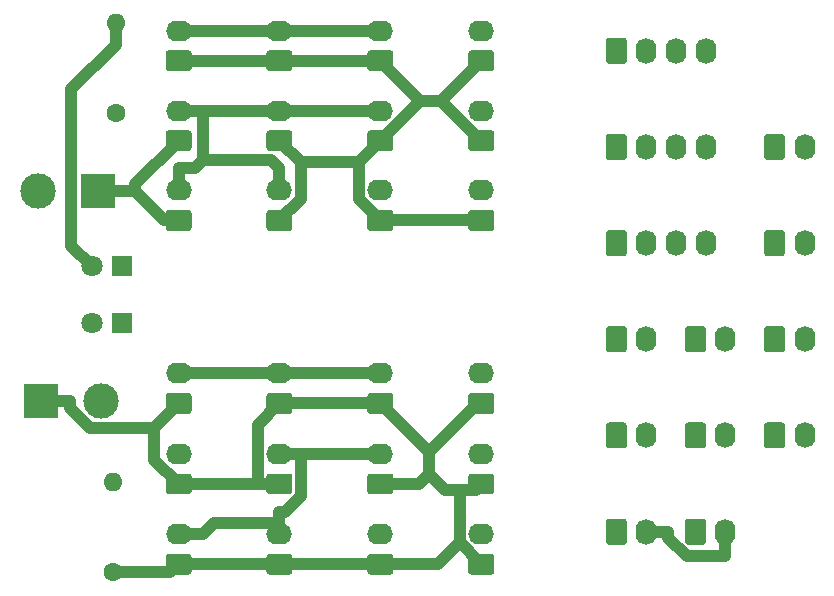
<source format=gbr>
G04 #@! TF.GenerationSoftware,KiCad,Pcbnew,(5.1.5-0-10_14)*
G04 #@! TF.CreationDate,2020-06-22T06:08:34+10:00*
G04 #@! TF.ProjectId,PowerDistribution,506f7765-7244-4697-9374-726962757469,rev?*
G04 #@! TF.SameCoordinates,Original*
G04 #@! TF.FileFunction,Copper,L1,Top*
G04 #@! TF.FilePolarity,Positive*
%FSLAX46Y46*%
G04 Gerber Fmt 4.6, Leading zero omitted, Abs format (unit mm)*
G04 Created by KiCad (PCBNEW (5.1.5-0-10_14)) date 2020-06-22 06:08:34*
%MOMM*%
%LPD*%
G04 APERTURE LIST*
%ADD10O,1.600000X1.600000*%
%ADD11C,1.600000*%
%ADD12C,1.800000*%
%ADD13R,1.800000X1.800000*%
%ADD14O,1.740000X2.200000*%
%ADD15C,0.100000*%
%ADD16O,2.200000X1.740000*%
%ADD17C,3.000000*%
%ADD18R,3.000000X3.000000*%
%ADD19C,1.000000*%
G04 APERTURE END LIST*
D10*
X110744000Y-97028000D03*
D11*
X110744000Y-104648000D03*
D10*
X110998000Y-58166000D03*
D11*
X110998000Y-65786000D03*
D12*
X108966000Y-83566000D03*
D13*
X111506000Y-83566000D03*
D12*
X108966000Y-78740000D03*
D13*
X111506000Y-78740000D03*
D14*
X162634000Y-101200000D03*
G04 #@! TA.AperFunction,ComponentPad*
D15*
G36*
X160738505Y-100101204D02*
G01*
X160762773Y-100104804D01*
X160786572Y-100110765D01*
X160809671Y-100119030D01*
X160831850Y-100129520D01*
X160852893Y-100142132D01*
X160872599Y-100156747D01*
X160890777Y-100173223D01*
X160907253Y-100191401D01*
X160921868Y-100211107D01*
X160934480Y-100232150D01*
X160944970Y-100254329D01*
X160953235Y-100277428D01*
X160959196Y-100301227D01*
X160962796Y-100325495D01*
X160964000Y-100349999D01*
X160964000Y-102050001D01*
X160962796Y-102074505D01*
X160959196Y-102098773D01*
X160953235Y-102122572D01*
X160944970Y-102145671D01*
X160934480Y-102167850D01*
X160921868Y-102188893D01*
X160907253Y-102208599D01*
X160890777Y-102226777D01*
X160872599Y-102243253D01*
X160852893Y-102257868D01*
X160831850Y-102270480D01*
X160809671Y-102280970D01*
X160786572Y-102289235D01*
X160762773Y-102295196D01*
X160738505Y-102298796D01*
X160714001Y-102300000D01*
X159473999Y-102300000D01*
X159449495Y-102298796D01*
X159425227Y-102295196D01*
X159401428Y-102289235D01*
X159378329Y-102280970D01*
X159356150Y-102270480D01*
X159335107Y-102257868D01*
X159315401Y-102243253D01*
X159297223Y-102226777D01*
X159280747Y-102208599D01*
X159266132Y-102188893D01*
X159253520Y-102167850D01*
X159243030Y-102145671D01*
X159234765Y-102122572D01*
X159228804Y-102098773D01*
X159225204Y-102074505D01*
X159224000Y-102050001D01*
X159224000Y-100349999D01*
X159225204Y-100325495D01*
X159228804Y-100301227D01*
X159234765Y-100277428D01*
X159243030Y-100254329D01*
X159253520Y-100232150D01*
X159266132Y-100211107D01*
X159280747Y-100191401D01*
X159297223Y-100173223D01*
X159315401Y-100156747D01*
X159335107Y-100142132D01*
X159356150Y-100129520D01*
X159378329Y-100119030D01*
X159401428Y-100110765D01*
X159425227Y-100104804D01*
X159449495Y-100101204D01*
X159473999Y-100100000D01*
X160714001Y-100100000D01*
X160738505Y-100101204D01*
G37*
G04 #@! TD.AperFunction*
D16*
X141966000Y-87804000D03*
G04 #@! TA.AperFunction,ComponentPad*
D15*
G36*
X142840505Y-89475204D02*
G01*
X142864773Y-89478804D01*
X142888572Y-89484765D01*
X142911671Y-89493030D01*
X142933850Y-89503520D01*
X142954893Y-89516132D01*
X142974599Y-89530747D01*
X142992777Y-89547223D01*
X143009253Y-89565401D01*
X143023868Y-89585107D01*
X143036480Y-89606150D01*
X143046970Y-89628329D01*
X143055235Y-89651428D01*
X143061196Y-89675227D01*
X143064796Y-89699495D01*
X143066000Y-89723999D01*
X143066000Y-90964001D01*
X143064796Y-90988505D01*
X143061196Y-91012773D01*
X143055235Y-91036572D01*
X143046970Y-91059671D01*
X143036480Y-91081850D01*
X143023868Y-91102893D01*
X143009253Y-91122599D01*
X142992777Y-91140777D01*
X142974599Y-91157253D01*
X142954893Y-91171868D01*
X142933850Y-91184480D01*
X142911671Y-91194970D01*
X142888572Y-91203235D01*
X142864773Y-91209196D01*
X142840505Y-91212796D01*
X142816001Y-91214000D01*
X141115999Y-91214000D01*
X141091495Y-91212796D01*
X141067227Y-91209196D01*
X141043428Y-91203235D01*
X141020329Y-91194970D01*
X140998150Y-91184480D01*
X140977107Y-91171868D01*
X140957401Y-91157253D01*
X140939223Y-91140777D01*
X140922747Y-91122599D01*
X140908132Y-91102893D01*
X140895520Y-91081850D01*
X140885030Y-91059671D01*
X140876765Y-91036572D01*
X140870804Y-91012773D01*
X140867204Y-90988505D01*
X140866000Y-90964001D01*
X140866000Y-89723999D01*
X140867204Y-89699495D01*
X140870804Y-89675227D01*
X140876765Y-89651428D01*
X140885030Y-89628329D01*
X140895520Y-89606150D01*
X140908132Y-89585107D01*
X140922747Y-89565401D01*
X140939223Y-89547223D01*
X140957401Y-89530747D01*
X140977107Y-89516132D01*
X140998150Y-89503520D01*
X141020329Y-89493030D01*
X141043428Y-89484765D01*
X141067227Y-89478804D01*
X141091495Y-89475204D01*
X141115999Y-89474000D01*
X142816001Y-89474000D01*
X142840505Y-89475204D01*
G37*
G04 #@! TD.AperFunction*
D16*
X141966000Y-72310000D03*
G04 #@! TA.AperFunction,ComponentPad*
D15*
G36*
X142840505Y-73981204D02*
G01*
X142864773Y-73984804D01*
X142888572Y-73990765D01*
X142911671Y-73999030D01*
X142933850Y-74009520D01*
X142954893Y-74022132D01*
X142974599Y-74036747D01*
X142992777Y-74053223D01*
X143009253Y-74071401D01*
X143023868Y-74091107D01*
X143036480Y-74112150D01*
X143046970Y-74134329D01*
X143055235Y-74157428D01*
X143061196Y-74181227D01*
X143064796Y-74205495D01*
X143066000Y-74229999D01*
X143066000Y-75470001D01*
X143064796Y-75494505D01*
X143061196Y-75518773D01*
X143055235Y-75542572D01*
X143046970Y-75565671D01*
X143036480Y-75587850D01*
X143023868Y-75608893D01*
X143009253Y-75628599D01*
X142992777Y-75646777D01*
X142974599Y-75663253D01*
X142954893Y-75677868D01*
X142933850Y-75690480D01*
X142911671Y-75700970D01*
X142888572Y-75709235D01*
X142864773Y-75715196D01*
X142840505Y-75718796D01*
X142816001Y-75720000D01*
X141115999Y-75720000D01*
X141091495Y-75718796D01*
X141067227Y-75715196D01*
X141043428Y-75709235D01*
X141020329Y-75700970D01*
X140998150Y-75690480D01*
X140977107Y-75677868D01*
X140957401Y-75663253D01*
X140939223Y-75646777D01*
X140922747Y-75628599D01*
X140908132Y-75608893D01*
X140895520Y-75587850D01*
X140885030Y-75565671D01*
X140876765Y-75542572D01*
X140870804Y-75518773D01*
X140867204Y-75494505D01*
X140866000Y-75470001D01*
X140866000Y-74229999D01*
X140867204Y-74205495D01*
X140870804Y-74181227D01*
X140876765Y-74157428D01*
X140885030Y-74134329D01*
X140895520Y-74112150D01*
X140908132Y-74091107D01*
X140922747Y-74071401D01*
X140939223Y-74053223D01*
X140957401Y-74036747D01*
X140977107Y-74022132D01*
X140998150Y-74009520D01*
X141020329Y-73999030D01*
X141043428Y-73990765D01*
X141067227Y-73984804D01*
X141091495Y-73981204D01*
X141115999Y-73980000D01*
X142816001Y-73980000D01*
X142840505Y-73981204D01*
G37*
G04 #@! TD.AperFunction*
D14*
X155940000Y-101200000D03*
G04 #@! TA.AperFunction,ComponentPad*
D15*
G36*
X154044505Y-100101204D02*
G01*
X154068773Y-100104804D01*
X154092572Y-100110765D01*
X154115671Y-100119030D01*
X154137850Y-100129520D01*
X154158893Y-100142132D01*
X154178599Y-100156747D01*
X154196777Y-100173223D01*
X154213253Y-100191401D01*
X154227868Y-100211107D01*
X154240480Y-100232150D01*
X154250970Y-100254329D01*
X154259235Y-100277428D01*
X154265196Y-100301227D01*
X154268796Y-100325495D01*
X154270000Y-100349999D01*
X154270000Y-102050001D01*
X154268796Y-102074505D01*
X154265196Y-102098773D01*
X154259235Y-102122572D01*
X154250970Y-102145671D01*
X154240480Y-102167850D01*
X154227868Y-102188893D01*
X154213253Y-102208599D01*
X154196777Y-102226777D01*
X154178599Y-102243253D01*
X154158893Y-102257868D01*
X154137850Y-102270480D01*
X154115671Y-102280970D01*
X154092572Y-102289235D01*
X154068773Y-102295196D01*
X154044505Y-102298796D01*
X154020001Y-102300000D01*
X152779999Y-102300000D01*
X152755495Y-102298796D01*
X152731227Y-102295196D01*
X152707428Y-102289235D01*
X152684329Y-102280970D01*
X152662150Y-102270480D01*
X152641107Y-102257868D01*
X152621401Y-102243253D01*
X152603223Y-102226777D01*
X152586747Y-102208599D01*
X152572132Y-102188893D01*
X152559520Y-102167850D01*
X152549030Y-102145671D01*
X152540765Y-102122572D01*
X152534804Y-102098773D01*
X152531204Y-102074505D01*
X152530000Y-102050001D01*
X152530000Y-100349999D01*
X152531204Y-100325495D01*
X152534804Y-100301227D01*
X152540765Y-100277428D01*
X152549030Y-100254329D01*
X152559520Y-100232150D01*
X152572132Y-100211107D01*
X152586747Y-100191401D01*
X152603223Y-100173223D01*
X152621401Y-100156747D01*
X152641107Y-100142132D01*
X152662150Y-100129520D01*
X152684329Y-100119030D01*
X152707428Y-100110765D01*
X152731227Y-100104804D01*
X152755495Y-100101204D01*
X152779999Y-100100000D01*
X154020001Y-100100000D01*
X154044505Y-100101204D01*
G37*
G04 #@! TD.AperFunction*
D16*
X141966000Y-94614000D03*
G04 #@! TA.AperFunction,ComponentPad*
D15*
G36*
X142840505Y-96285204D02*
G01*
X142864773Y-96288804D01*
X142888572Y-96294765D01*
X142911671Y-96303030D01*
X142933850Y-96313520D01*
X142954893Y-96326132D01*
X142974599Y-96340747D01*
X142992777Y-96357223D01*
X143009253Y-96375401D01*
X143023868Y-96395107D01*
X143036480Y-96416150D01*
X143046970Y-96438329D01*
X143055235Y-96461428D01*
X143061196Y-96485227D01*
X143064796Y-96509495D01*
X143066000Y-96533999D01*
X143066000Y-97774001D01*
X143064796Y-97798505D01*
X143061196Y-97822773D01*
X143055235Y-97846572D01*
X143046970Y-97869671D01*
X143036480Y-97891850D01*
X143023868Y-97912893D01*
X143009253Y-97932599D01*
X142992777Y-97950777D01*
X142974599Y-97967253D01*
X142954893Y-97981868D01*
X142933850Y-97994480D01*
X142911671Y-98004970D01*
X142888572Y-98013235D01*
X142864773Y-98019196D01*
X142840505Y-98022796D01*
X142816001Y-98024000D01*
X141115999Y-98024000D01*
X141091495Y-98022796D01*
X141067227Y-98019196D01*
X141043428Y-98013235D01*
X141020329Y-98004970D01*
X140998150Y-97994480D01*
X140977107Y-97981868D01*
X140957401Y-97967253D01*
X140939223Y-97950777D01*
X140922747Y-97932599D01*
X140908132Y-97912893D01*
X140895520Y-97891850D01*
X140885030Y-97869671D01*
X140876765Y-97846572D01*
X140870804Y-97822773D01*
X140867204Y-97798505D01*
X140866000Y-97774001D01*
X140866000Y-96533999D01*
X140867204Y-96509495D01*
X140870804Y-96485227D01*
X140876765Y-96461428D01*
X140885030Y-96438329D01*
X140895520Y-96416150D01*
X140908132Y-96395107D01*
X140922747Y-96375401D01*
X140939223Y-96357223D01*
X140957401Y-96340747D01*
X140977107Y-96326132D01*
X140998150Y-96313520D01*
X141020329Y-96303030D01*
X141043428Y-96294765D01*
X141067227Y-96288804D01*
X141091495Y-96285204D01*
X141115999Y-96284000D01*
X142816001Y-96284000D01*
X142840505Y-96285204D01*
G37*
G04 #@! TD.AperFunction*
D16*
X141966000Y-65550000D03*
G04 #@! TA.AperFunction,ComponentPad*
D15*
G36*
X142840505Y-67221204D02*
G01*
X142864773Y-67224804D01*
X142888572Y-67230765D01*
X142911671Y-67239030D01*
X142933850Y-67249520D01*
X142954893Y-67262132D01*
X142974599Y-67276747D01*
X142992777Y-67293223D01*
X143009253Y-67311401D01*
X143023868Y-67331107D01*
X143036480Y-67352150D01*
X143046970Y-67374329D01*
X143055235Y-67397428D01*
X143061196Y-67421227D01*
X143064796Y-67445495D01*
X143066000Y-67469999D01*
X143066000Y-68710001D01*
X143064796Y-68734505D01*
X143061196Y-68758773D01*
X143055235Y-68782572D01*
X143046970Y-68805671D01*
X143036480Y-68827850D01*
X143023868Y-68848893D01*
X143009253Y-68868599D01*
X142992777Y-68886777D01*
X142974599Y-68903253D01*
X142954893Y-68917868D01*
X142933850Y-68930480D01*
X142911671Y-68940970D01*
X142888572Y-68949235D01*
X142864773Y-68955196D01*
X142840505Y-68958796D01*
X142816001Y-68960000D01*
X141115999Y-68960000D01*
X141091495Y-68958796D01*
X141067227Y-68955196D01*
X141043428Y-68949235D01*
X141020329Y-68940970D01*
X140998150Y-68930480D01*
X140977107Y-68917868D01*
X140957401Y-68903253D01*
X140939223Y-68886777D01*
X140922747Y-68868599D01*
X140908132Y-68848893D01*
X140895520Y-68827850D01*
X140885030Y-68805671D01*
X140876765Y-68782572D01*
X140870804Y-68758773D01*
X140867204Y-68734505D01*
X140866000Y-68710001D01*
X140866000Y-67469999D01*
X140867204Y-67445495D01*
X140870804Y-67421227D01*
X140876765Y-67397428D01*
X140885030Y-67374329D01*
X140895520Y-67352150D01*
X140908132Y-67331107D01*
X140922747Y-67311401D01*
X140939223Y-67293223D01*
X140957401Y-67276747D01*
X140977107Y-67262132D01*
X140998150Y-67249520D01*
X141020329Y-67239030D01*
X141043428Y-67230765D01*
X141067227Y-67224804D01*
X141091495Y-67221204D01*
X141115999Y-67220000D01*
X142816001Y-67220000D01*
X142840505Y-67221204D01*
G37*
G04 #@! TD.AperFunction*
D14*
X155940000Y-93056000D03*
G04 #@! TA.AperFunction,ComponentPad*
D15*
G36*
X154044505Y-91957204D02*
G01*
X154068773Y-91960804D01*
X154092572Y-91966765D01*
X154115671Y-91975030D01*
X154137850Y-91985520D01*
X154158893Y-91998132D01*
X154178599Y-92012747D01*
X154196777Y-92029223D01*
X154213253Y-92047401D01*
X154227868Y-92067107D01*
X154240480Y-92088150D01*
X154250970Y-92110329D01*
X154259235Y-92133428D01*
X154265196Y-92157227D01*
X154268796Y-92181495D01*
X154270000Y-92205999D01*
X154270000Y-93906001D01*
X154268796Y-93930505D01*
X154265196Y-93954773D01*
X154259235Y-93978572D01*
X154250970Y-94001671D01*
X154240480Y-94023850D01*
X154227868Y-94044893D01*
X154213253Y-94064599D01*
X154196777Y-94082777D01*
X154178599Y-94099253D01*
X154158893Y-94113868D01*
X154137850Y-94126480D01*
X154115671Y-94136970D01*
X154092572Y-94145235D01*
X154068773Y-94151196D01*
X154044505Y-94154796D01*
X154020001Y-94156000D01*
X152779999Y-94156000D01*
X152755495Y-94154796D01*
X152731227Y-94151196D01*
X152707428Y-94145235D01*
X152684329Y-94136970D01*
X152662150Y-94126480D01*
X152641107Y-94113868D01*
X152621401Y-94099253D01*
X152603223Y-94082777D01*
X152586747Y-94064599D01*
X152572132Y-94044893D01*
X152559520Y-94023850D01*
X152549030Y-94001671D01*
X152540765Y-93978572D01*
X152534804Y-93954773D01*
X152531204Y-93930505D01*
X152530000Y-93906001D01*
X152530000Y-92205999D01*
X152531204Y-92181495D01*
X152534804Y-92157227D01*
X152540765Y-92133428D01*
X152549030Y-92110329D01*
X152559520Y-92088150D01*
X152572132Y-92067107D01*
X152586747Y-92047401D01*
X152603223Y-92029223D01*
X152621401Y-92012747D01*
X152641107Y-91998132D01*
X152662150Y-91985520D01*
X152684329Y-91975030D01*
X152707428Y-91966765D01*
X152731227Y-91960804D01*
X152755495Y-91957204D01*
X152779999Y-91956000D01*
X154020001Y-91956000D01*
X154044505Y-91957204D01*
G37*
G04 #@! TD.AperFunction*
D16*
X141966000Y-101424000D03*
G04 #@! TA.AperFunction,ComponentPad*
D15*
G36*
X142840505Y-103095204D02*
G01*
X142864773Y-103098804D01*
X142888572Y-103104765D01*
X142911671Y-103113030D01*
X142933850Y-103123520D01*
X142954893Y-103136132D01*
X142974599Y-103150747D01*
X142992777Y-103167223D01*
X143009253Y-103185401D01*
X143023868Y-103205107D01*
X143036480Y-103226150D01*
X143046970Y-103248329D01*
X143055235Y-103271428D01*
X143061196Y-103295227D01*
X143064796Y-103319495D01*
X143066000Y-103343999D01*
X143066000Y-104584001D01*
X143064796Y-104608505D01*
X143061196Y-104632773D01*
X143055235Y-104656572D01*
X143046970Y-104679671D01*
X143036480Y-104701850D01*
X143023868Y-104722893D01*
X143009253Y-104742599D01*
X142992777Y-104760777D01*
X142974599Y-104777253D01*
X142954893Y-104791868D01*
X142933850Y-104804480D01*
X142911671Y-104814970D01*
X142888572Y-104823235D01*
X142864773Y-104829196D01*
X142840505Y-104832796D01*
X142816001Y-104834000D01*
X141115999Y-104834000D01*
X141091495Y-104832796D01*
X141067227Y-104829196D01*
X141043428Y-104823235D01*
X141020329Y-104814970D01*
X140998150Y-104804480D01*
X140977107Y-104791868D01*
X140957401Y-104777253D01*
X140939223Y-104760777D01*
X140922747Y-104742599D01*
X140908132Y-104722893D01*
X140895520Y-104701850D01*
X140885030Y-104679671D01*
X140876765Y-104656572D01*
X140870804Y-104632773D01*
X140867204Y-104608505D01*
X140866000Y-104584001D01*
X140866000Y-103343999D01*
X140867204Y-103319495D01*
X140870804Y-103295227D01*
X140876765Y-103271428D01*
X140885030Y-103248329D01*
X140895520Y-103226150D01*
X140908132Y-103205107D01*
X140922747Y-103185401D01*
X140939223Y-103167223D01*
X140957401Y-103150747D01*
X140977107Y-103136132D01*
X140998150Y-103123520D01*
X141020329Y-103113030D01*
X141043428Y-103104765D01*
X141067227Y-103098804D01*
X141091495Y-103095204D01*
X141115999Y-103094000D01*
X142816001Y-103094000D01*
X142840505Y-103095204D01*
G37*
G04 #@! TD.AperFunction*
D16*
X133419000Y-72310000D03*
G04 #@! TA.AperFunction,ComponentPad*
D15*
G36*
X134293505Y-73981204D02*
G01*
X134317773Y-73984804D01*
X134341572Y-73990765D01*
X134364671Y-73999030D01*
X134386850Y-74009520D01*
X134407893Y-74022132D01*
X134427599Y-74036747D01*
X134445777Y-74053223D01*
X134462253Y-74071401D01*
X134476868Y-74091107D01*
X134489480Y-74112150D01*
X134499970Y-74134329D01*
X134508235Y-74157428D01*
X134514196Y-74181227D01*
X134517796Y-74205495D01*
X134519000Y-74229999D01*
X134519000Y-75470001D01*
X134517796Y-75494505D01*
X134514196Y-75518773D01*
X134508235Y-75542572D01*
X134499970Y-75565671D01*
X134489480Y-75587850D01*
X134476868Y-75608893D01*
X134462253Y-75628599D01*
X134445777Y-75646777D01*
X134427599Y-75663253D01*
X134407893Y-75677868D01*
X134386850Y-75690480D01*
X134364671Y-75700970D01*
X134341572Y-75709235D01*
X134317773Y-75715196D01*
X134293505Y-75718796D01*
X134269001Y-75720000D01*
X132568999Y-75720000D01*
X132544495Y-75718796D01*
X132520227Y-75715196D01*
X132496428Y-75709235D01*
X132473329Y-75700970D01*
X132451150Y-75690480D01*
X132430107Y-75677868D01*
X132410401Y-75663253D01*
X132392223Y-75646777D01*
X132375747Y-75628599D01*
X132361132Y-75608893D01*
X132348520Y-75587850D01*
X132338030Y-75565671D01*
X132329765Y-75542572D01*
X132323804Y-75518773D01*
X132320204Y-75494505D01*
X132319000Y-75470001D01*
X132319000Y-74229999D01*
X132320204Y-74205495D01*
X132323804Y-74181227D01*
X132329765Y-74157428D01*
X132338030Y-74134329D01*
X132348520Y-74112150D01*
X132361132Y-74091107D01*
X132375747Y-74071401D01*
X132392223Y-74053223D01*
X132410401Y-74036747D01*
X132430107Y-74022132D01*
X132451150Y-74009520D01*
X132473329Y-73999030D01*
X132496428Y-73990765D01*
X132520227Y-73984804D01*
X132544495Y-73981204D01*
X132568999Y-73980000D01*
X134269001Y-73980000D01*
X134293505Y-73981204D01*
G37*
G04 #@! TD.AperFunction*
D14*
X162634000Y-93056000D03*
G04 #@! TA.AperFunction,ComponentPad*
D15*
G36*
X160738505Y-91957204D02*
G01*
X160762773Y-91960804D01*
X160786572Y-91966765D01*
X160809671Y-91975030D01*
X160831850Y-91985520D01*
X160852893Y-91998132D01*
X160872599Y-92012747D01*
X160890777Y-92029223D01*
X160907253Y-92047401D01*
X160921868Y-92067107D01*
X160934480Y-92088150D01*
X160944970Y-92110329D01*
X160953235Y-92133428D01*
X160959196Y-92157227D01*
X160962796Y-92181495D01*
X160964000Y-92205999D01*
X160964000Y-93906001D01*
X160962796Y-93930505D01*
X160959196Y-93954773D01*
X160953235Y-93978572D01*
X160944970Y-94001671D01*
X160934480Y-94023850D01*
X160921868Y-94044893D01*
X160907253Y-94064599D01*
X160890777Y-94082777D01*
X160872599Y-94099253D01*
X160852893Y-94113868D01*
X160831850Y-94126480D01*
X160809671Y-94136970D01*
X160786572Y-94145235D01*
X160762773Y-94151196D01*
X160738505Y-94154796D01*
X160714001Y-94156000D01*
X159473999Y-94156000D01*
X159449495Y-94154796D01*
X159425227Y-94151196D01*
X159401428Y-94145235D01*
X159378329Y-94136970D01*
X159356150Y-94126480D01*
X159335107Y-94113868D01*
X159315401Y-94099253D01*
X159297223Y-94082777D01*
X159280747Y-94064599D01*
X159266132Y-94044893D01*
X159253520Y-94023850D01*
X159243030Y-94001671D01*
X159234765Y-93978572D01*
X159228804Y-93954773D01*
X159225204Y-93930505D01*
X159224000Y-93906001D01*
X159224000Y-92205999D01*
X159225204Y-92181495D01*
X159228804Y-92157227D01*
X159234765Y-92133428D01*
X159243030Y-92110329D01*
X159253520Y-92088150D01*
X159266132Y-92067107D01*
X159280747Y-92047401D01*
X159297223Y-92029223D01*
X159315401Y-92012747D01*
X159335107Y-91998132D01*
X159356150Y-91985520D01*
X159378329Y-91975030D01*
X159401428Y-91966765D01*
X159425227Y-91960804D01*
X159449495Y-91957204D01*
X159473999Y-91956000D01*
X160714001Y-91956000D01*
X160738505Y-91957204D01*
G37*
G04 #@! TD.AperFunction*
D16*
X133419000Y-101424000D03*
G04 #@! TA.AperFunction,ComponentPad*
D15*
G36*
X134293505Y-103095204D02*
G01*
X134317773Y-103098804D01*
X134341572Y-103104765D01*
X134364671Y-103113030D01*
X134386850Y-103123520D01*
X134407893Y-103136132D01*
X134427599Y-103150747D01*
X134445777Y-103167223D01*
X134462253Y-103185401D01*
X134476868Y-103205107D01*
X134489480Y-103226150D01*
X134499970Y-103248329D01*
X134508235Y-103271428D01*
X134514196Y-103295227D01*
X134517796Y-103319495D01*
X134519000Y-103343999D01*
X134519000Y-104584001D01*
X134517796Y-104608505D01*
X134514196Y-104632773D01*
X134508235Y-104656572D01*
X134499970Y-104679671D01*
X134489480Y-104701850D01*
X134476868Y-104722893D01*
X134462253Y-104742599D01*
X134445777Y-104760777D01*
X134427599Y-104777253D01*
X134407893Y-104791868D01*
X134386850Y-104804480D01*
X134364671Y-104814970D01*
X134341572Y-104823235D01*
X134317773Y-104829196D01*
X134293505Y-104832796D01*
X134269001Y-104834000D01*
X132568999Y-104834000D01*
X132544495Y-104832796D01*
X132520227Y-104829196D01*
X132496428Y-104823235D01*
X132473329Y-104814970D01*
X132451150Y-104804480D01*
X132430107Y-104791868D01*
X132410401Y-104777253D01*
X132392223Y-104760777D01*
X132375747Y-104742599D01*
X132361132Y-104722893D01*
X132348520Y-104701850D01*
X132338030Y-104679671D01*
X132329765Y-104656572D01*
X132323804Y-104632773D01*
X132320204Y-104608505D01*
X132319000Y-104584001D01*
X132319000Y-103343999D01*
X132320204Y-103319495D01*
X132323804Y-103295227D01*
X132329765Y-103271428D01*
X132338030Y-103248329D01*
X132348520Y-103226150D01*
X132361132Y-103205107D01*
X132375747Y-103185401D01*
X132392223Y-103167223D01*
X132410401Y-103150747D01*
X132430107Y-103136132D01*
X132451150Y-103123520D01*
X132473329Y-103113030D01*
X132496428Y-103104765D01*
X132520227Y-103098804D01*
X132544495Y-103095204D01*
X132568999Y-103094000D01*
X134269001Y-103094000D01*
X134293505Y-103095204D01*
G37*
G04 #@! TD.AperFunction*
D16*
X141966000Y-58790000D03*
G04 #@! TA.AperFunction,ComponentPad*
D15*
G36*
X142840505Y-60461204D02*
G01*
X142864773Y-60464804D01*
X142888572Y-60470765D01*
X142911671Y-60479030D01*
X142933850Y-60489520D01*
X142954893Y-60502132D01*
X142974599Y-60516747D01*
X142992777Y-60533223D01*
X143009253Y-60551401D01*
X143023868Y-60571107D01*
X143036480Y-60592150D01*
X143046970Y-60614329D01*
X143055235Y-60637428D01*
X143061196Y-60661227D01*
X143064796Y-60685495D01*
X143066000Y-60709999D01*
X143066000Y-61950001D01*
X143064796Y-61974505D01*
X143061196Y-61998773D01*
X143055235Y-62022572D01*
X143046970Y-62045671D01*
X143036480Y-62067850D01*
X143023868Y-62088893D01*
X143009253Y-62108599D01*
X142992777Y-62126777D01*
X142974599Y-62143253D01*
X142954893Y-62157868D01*
X142933850Y-62170480D01*
X142911671Y-62180970D01*
X142888572Y-62189235D01*
X142864773Y-62195196D01*
X142840505Y-62198796D01*
X142816001Y-62200000D01*
X141115999Y-62200000D01*
X141091495Y-62198796D01*
X141067227Y-62195196D01*
X141043428Y-62189235D01*
X141020329Y-62180970D01*
X140998150Y-62170480D01*
X140977107Y-62157868D01*
X140957401Y-62143253D01*
X140939223Y-62126777D01*
X140922747Y-62108599D01*
X140908132Y-62088893D01*
X140895520Y-62067850D01*
X140885030Y-62045671D01*
X140876765Y-62022572D01*
X140870804Y-61998773D01*
X140867204Y-61974505D01*
X140866000Y-61950001D01*
X140866000Y-60709999D01*
X140867204Y-60685495D01*
X140870804Y-60661227D01*
X140876765Y-60637428D01*
X140885030Y-60614329D01*
X140895520Y-60592150D01*
X140908132Y-60571107D01*
X140922747Y-60551401D01*
X140939223Y-60533223D01*
X140957401Y-60516747D01*
X140977107Y-60502132D01*
X140998150Y-60489520D01*
X141020329Y-60479030D01*
X141043428Y-60470765D01*
X141067227Y-60464804D01*
X141091495Y-60461204D01*
X141115999Y-60460000D01*
X142816001Y-60460000D01*
X142840505Y-60461204D01*
G37*
G04 #@! TD.AperFunction*
D14*
X169328000Y-93056000D03*
G04 #@! TA.AperFunction,ComponentPad*
D15*
G36*
X167432505Y-91957204D02*
G01*
X167456773Y-91960804D01*
X167480572Y-91966765D01*
X167503671Y-91975030D01*
X167525850Y-91985520D01*
X167546893Y-91998132D01*
X167566599Y-92012747D01*
X167584777Y-92029223D01*
X167601253Y-92047401D01*
X167615868Y-92067107D01*
X167628480Y-92088150D01*
X167638970Y-92110329D01*
X167647235Y-92133428D01*
X167653196Y-92157227D01*
X167656796Y-92181495D01*
X167658000Y-92205999D01*
X167658000Y-93906001D01*
X167656796Y-93930505D01*
X167653196Y-93954773D01*
X167647235Y-93978572D01*
X167638970Y-94001671D01*
X167628480Y-94023850D01*
X167615868Y-94044893D01*
X167601253Y-94064599D01*
X167584777Y-94082777D01*
X167566599Y-94099253D01*
X167546893Y-94113868D01*
X167525850Y-94126480D01*
X167503671Y-94136970D01*
X167480572Y-94145235D01*
X167456773Y-94151196D01*
X167432505Y-94154796D01*
X167408001Y-94156000D01*
X166167999Y-94156000D01*
X166143495Y-94154796D01*
X166119227Y-94151196D01*
X166095428Y-94145235D01*
X166072329Y-94136970D01*
X166050150Y-94126480D01*
X166029107Y-94113868D01*
X166009401Y-94099253D01*
X165991223Y-94082777D01*
X165974747Y-94064599D01*
X165960132Y-94044893D01*
X165947520Y-94023850D01*
X165937030Y-94001671D01*
X165928765Y-93978572D01*
X165922804Y-93954773D01*
X165919204Y-93930505D01*
X165918000Y-93906001D01*
X165918000Y-92205999D01*
X165919204Y-92181495D01*
X165922804Y-92157227D01*
X165928765Y-92133428D01*
X165937030Y-92110329D01*
X165947520Y-92088150D01*
X165960132Y-92067107D01*
X165974747Y-92047401D01*
X165991223Y-92029223D01*
X166009401Y-92012747D01*
X166029107Y-91998132D01*
X166050150Y-91985520D01*
X166072329Y-91975030D01*
X166095428Y-91966765D01*
X166119227Y-91960804D01*
X166143495Y-91957204D01*
X166167999Y-91956000D01*
X167408001Y-91956000D01*
X167432505Y-91957204D01*
G37*
G04 #@! TD.AperFunction*
D16*
X133419000Y-87804000D03*
G04 #@! TA.AperFunction,ComponentPad*
D15*
G36*
X134293505Y-89475204D02*
G01*
X134317773Y-89478804D01*
X134341572Y-89484765D01*
X134364671Y-89493030D01*
X134386850Y-89503520D01*
X134407893Y-89516132D01*
X134427599Y-89530747D01*
X134445777Y-89547223D01*
X134462253Y-89565401D01*
X134476868Y-89585107D01*
X134489480Y-89606150D01*
X134499970Y-89628329D01*
X134508235Y-89651428D01*
X134514196Y-89675227D01*
X134517796Y-89699495D01*
X134519000Y-89723999D01*
X134519000Y-90964001D01*
X134517796Y-90988505D01*
X134514196Y-91012773D01*
X134508235Y-91036572D01*
X134499970Y-91059671D01*
X134489480Y-91081850D01*
X134476868Y-91102893D01*
X134462253Y-91122599D01*
X134445777Y-91140777D01*
X134427599Y-91157253D01*
X134407893Y-91171868D01*
X134386850Y-91184480D01*
X134364671Y-91194970D01*
X134341572Y-91203235D01*
X134317773Y-91209196D01*
X134293505Y-91212796D01*
X134269001Y-91214000D01*
X132568999Y-91214000D01*
X132544495Y-91212796D01*
X132520227Y-91209196D01*
X132496428Y-91203235D01*
X132473329Y-91194970D01*
X132451150Y-91184480D01*
X132430107Y-91171868D01*
X132410401Y-91157253D01*
X132392223Y-91140777D01*
X132375747Y-91122599D01*
X132361132Y-91102893D01*
X132348520Y-91081850D01*
X132338030Y-91059671D01*
X132329765Y-91036572D01*
X132323804Y-91012773D01*
X132320204Y-90988505D01*
X132319000Y-90964001D01*
X132319000Y-89723999D01*
X132320204Y-89699495D01*
X132323804Y-89675227D01*
X132329765Y-89651428D01*
X132338030Y-89628329D01*
X132348520Y-89606150D01*
X132361132Y-89585107D01*
X132375747Y-89565401D01*
X132392223Y-89547223D01*
X132410401Y-89530747D01*
X132430107Y-89516132D01*
X132451150Y-89503520D01*
X132473329Y-89493030D01*
X132496428Y-89484765D01*
X132520227Y-89478804D01*
X132544495Y-89475204D01*
X132568999Y-89474000D01*
X134269001Y-89474000D01*
X134293505Y-89475204D01*
G37*
G04 #@! TD.AperFunction*
D16*
X133419000Y-65550000D03*
G04 #@! TA.AperFunction,ComponentPad*
D15*
G36*
X134293505Y-67221204D02*
G01*
X134317773Y-67224804D01*
X134341572Y-67230765D01*
X134364671Y-67239030D01*
X134386850Y-67249520D01*
X134407893Y-67262132D01*
X134427599Y-67276747D01*
X134445777Y-67293223D01*
X134462253Y-67311401D01*
X134476868Y-67331107D01*
X134489480Y-67352150D01*
X134499970Y-67374329D01*
X134508235Y-67397428D01*
X134514196Y-67421227D01*
X134517796Y-67445495D01*
X134519000Y-67469999D01*
X134519000Y-68710001D01*
X134517796Y-68734505D01*
X134514196Y-68758773D01*
X134508235Y-68782572D01*
X134499970Y-68805671D01*
X134489480Y-68827850D01*
X134476868Y-68848893D01*
X134462253Y-68868599D01*
X134445777Y-68886777D01*
X134427599Y-68903253D01*
X134407893Y-68917868D01*
X134386850Y-68930480D01*
X134364671Y-68940970D01*
X134341572Y-68949235D01*
X134317773Y-68955196D01*
X134293505Y-68958796D01*
X134269001Y-68960000D01*
X132568999Y-68960000D01*
X132544495Y-68958796D01*
X132520227Y-68955196D01*
X132496428Y-68949235D01*
X132473329Y-68940970D01*
X132451150Y-68930480D01*
X132430107Y-68917868D01*
X132410401Y-68903253D01*
X132392223Y-68886777D01*
X132375747Y-68868599D01*
X132361132Y-68848893D01*
X132348520Y-68827850D01*
X132338030Y-68805671D01*
X132329765Y-68782572D01*
X132323804Y-68758773D01*
X132320204Y-68734505D01*
X132319000Y-68710001D01*
X132319000Y-67469999D01*
X132320204Y-67445495D01*
X132323804Y-67421227D01*
X132329765Y-67397428D01*
X132338030Y-67374329D01*
X132348520Y-67352150D01*
X132361132Y-67331107D01*
X132375747Y-67311401D01*
X132392223Y-67293223D01*
X132410401Y-67276747D01*
X132430107Y-67262132D01*
X132451150Y-67249520D01*
X132473329Y-67239030D01*
X132496428Y-67230765D01*
X132520227Y-67224804D01*
X132544495Y-67221204D01*
X132568999Y-67220000D01*
X134269001Y-67220000D01*
X134293505Y-67221204D01*
G37*
G04 #@! TD.AperFunction*
D14*
X169328000Y-84912000D03*
G04 #@! TA.AperFunction,ComponentPad*
D15*
G36*
X167432505Y-83813204D02*
G01*
X167456773Y-83816804D01*
X167480572Y-83822765D01*
X167503671Y-83831030D01*
X167525850Y-83841520D01*
X167546893Y-83854132D01*
X167566599Y-83868747D01*
X167584777Y-83885223D01*
X167601253Y-83903401D01*
X167615868Y-83923107D01*
X167628480Y-83944150D01*
X167638970Y-83966329D01*
X167647235Y-83989428D01*
X167653196Y-84013227D01*
X167656796Y-84037495D01*
X167658000Y-84061999D01*
X167658000Y-85762001D01*
X167656796Y-85786505D01*
X167653196Y-85810773D01*
X167647235Y-85834572D01*
X167638970Y-85857671D01*
X167628480Y-85879850D01*
X167615868Y-85900893D01*
X167601253Y-85920599D01*
X167584777Y-85938777D01*
X167566599Y-85955253D01*
X167546893Y-85969868D01*
X167525850Y-85982480D01*
X167503671Y-85992970D01*
X167480572Y-86001235D01*
X167456773Y-86007196D01*
X167432505Y-86010796D01*
X167408001Y-86012000D01*
X166167999Y-86012000D01*
X166143495Y-86010796D01*
X166119227Y-86007196D01*
X166095428Y-86001235D01*
X166072329Y-85992970D01*
X166050150Y-85982480D01*
X166029107Y-85969868D01*
X166009401Y-85955253D01*
X165991223Y-85938777D01*
X165974747Y-85920599D01*
X165960132Y-85900893D01*
X165947520Y-85879850D01*
X165937030Y-85857671D01*
X165928765Y-85834572D01*
X165922804Y-85810773D01*
X165919204Y-85786505D01*
X165918000Y-85762001D01*
X165918000Y-84061999D01*
X165919204Y-84037495D01*
X165922804Y-84013227D01*
X165928765Y-83989428D01*
X165937030Y-83966329D01*
X165947520Y-83944150D01*
X165960132Y-83923107D01*
X165974747Y-83903401D01*
X165991223Y-83885223D01*
X166009401Y-83868747D01*
X166029107Y-83854132D01*
X166050150Y-83841520D01*
X166072329Y-83831030D01*
X166095428Y-83822765D01*
X166119227Y-83816804D01*
X166143495Y-83813204D01*
X166167999Y-83812000D01*
X167408001Y-83812000D01*
X167432505Y-83813204D01*
G37*
G04 #@! TD.AperFunction*
D16*
X124873000Y-101424000D03*
G04 #@! TA.AperFunction,ComponentPad*
D15*
G36*
X125747505Y-103095204D02*
G01*
X125771773Y-103098804D01*
X125795572Y-103104765D01*
X125818671Y-103113030D01*
X125840850Y-103123520D01*
X125861893Y-103136132D01*
X125881599Y-103150747D01*
X125899777Y-103167223D01*
X125916253Y-103185401D01*
X125930868Y-103205107D01*
X125943480Y-103226150D01*
X125953970Y-103248329D01*
X125962235Y-103271428D01*
X125968196Y-103295227D01*
X125971796Y-103319495D01*
X125973000Y-103343999D01*
X125973000Y-104584001D01*
X125971796Y-104608505D01*
X125968196Y-104632773D01*
X125962235Y-104656572D01*
X125953970Y-104679671D01*
X125943480Y-104701850D01*
X125930868Y-104722893D01*
X125916253Y-104742599D01*
X125899777Y-104760777D01*
X125881599Y-104777253D01*
X125861893Y-104791868D01*
X125840850Y-104804480D01*
X125818671Y-104814970D01*
X125795572Y-104823235D01*
X125771773Y-104829196D01*
X125747505Y-104832796D01*
X125723001Y-104834000D01*
X124022999Y-104834000D01*
X123998495Y-104832796D01*
X123974227Y-104829196D01*
X123950428Y-104823235D01*
X123927329Y-104814970D01*
X123905150Y-104804480D01*
X123884107Y-104791868D01*
X123864401Y-104777253D01*
X123846223Y-104760777D01*
X123829747Y-104742599D01*
X123815132Y-104722893D01*
X123802520Y-104701850D01*
X123792030Y-104679671D01*
X123783765Y-104656572D01*
X123777804Y-104632773D01*
X123774204Y-104608505D01*
X123773000Y-104584001D01*
X123773000Y-103343999D01*
X123774204Y-103319495D01*
X123777804Y-103295227D01*
X123783765Y-103271428D01*
X123792030Y-103248329D01*
X123802520Y-103226150D01*
X123815132Y-103205107D01*
X123829747Y-103185401D01*
X123846223Y-103167223D01*
X123864401Y-103150747D01*
X123884107Y-103136132D01*
X123905150Y-103123520D01*
X123927329Y-103113030D01*
X123950428Y-103104765D01*
X123974227Y-103098804D01*
X123998495Y-103095204D01*
X124022999Y-103094000D01*
X125723001Y-103094000D01*
X125747505Y-103095204D01*
G37*
G04 #@! TD.AperFunction*
D16*
X133419000Y-58790000D03*
G04 #@! TA.AperFunction,ComponentPad*
D15*
G36*
X134293505Y-60461204D02*
G01*
X134317773Y-60464804D01*
X134341572Y-60470765D01*
X134364671Y-60479030D01*
X134386850Y-60489520D01*
X134407893Y-60502132D01*
X134427599Y-60516747D01*
X134445777Y-60533223D01*
X134462253Y-60551401D01*
X134476868Y-60571107D01*
X134489480Y-60592150D01*
X134499970Y-60614329D01*
X134508235Y-60637428D01*
X134514196Y-60661227D01*
X134517796Y-60685495D01*
X134519000Y-60709999D01*
X134519000Y-61950001D01*
X134517796Y-61974505D01*
X134514196Y-61998773D01*
X134508235Y-62022572D01*
X134499970Y-62045671D01*
X134489480Y-62067850D01*
X134476868Y-62088893D01*
X134462253Y-62108599D01*
X134445777Y-62126777D01*
X134427599Y-62143253D01*
X134407893Y-62157868D01*
X134386850Y-62170480D01*
X134364671Y-62180970D01*
X134341572Y-62189235D01*
X134317773Y-62195196D01*
X134293505Y-62198796D01*
X134269001Y-62200000D01*
X132568999Y-62200000D01*
X132544495Y-62198796D01*
X132520227Y-62195196D01*
X132496428Y-62189235D01*
X132473329Y-62180970D01*
X132451150Y-62170480D01*
X132430107Y-62157868D01*
X132410401Y-62143253D01*
X132392223Y-62126777D01*
X132375747Y-62108599D01*
X132361132Y-62088893D01*
X132348520Y-62067850D01*
X132338030Y-62045671D01*
X132329765Y-62022572D01*
X132323804Y-61998773D01*
X132320204Y-61974505D01*
X132319000Y-61950001D01*
X132319000Y-60709999D01*
X132320204Y-60685495D01*
X132323804Y-60661227D01*
X132329765Y-60637428D01*
X132338030Y-60614329D01*
X132348520Y-60592150D01*
X132361132Y-60571107D01*
X132375747Y-60551401D01*
X132392223Y-60533223D01*
X132410401Y-60516747D01*
X132430107Y-60502132D01*
X132451150Y-60489520D01*
X132473329Y-60479030D01*
X132496428Y-60470765D01*
X132520227Y-60464804D01*
X132544495Y-60461204D01*
X132568999Y-60460000D01*
X134269001Y-60460000D01*
X134293505Y-60461204D01*
G37*
G04 #@! TD.AperFunction*
D14*
X162634000Y-84912000D03*
G04 #@! TA.AperFunction,ComponentPad*
D15*
G36*
X160738505Y-83813204D02*
G01*
X160762773Y-83816804D01*
X160786572Y-83822765D01*
X160809671Y-83831030D01*
X160831850Y-83841520D01*
X160852893Y-83854132D01*
X160872599Y-83868747D01*
X160890777Y-83885223D01*
X160907253Y-83903401D01*
X160921868Y-83923107D01*
X160934480Y-83944150D01*
X160944970Y-83966329D01*
X160953235Y-83989428D01*
X160959196Y-84013227D01*
X160962796Y-84037495D01*
X160964000Y-84061999D01*
X160964000Y-85762001D01*
X160962796Y-85786505D01*
X160959196Y-85810773D01*
X160953235Y-85834572D01*
X160944970Y-85857671D01*
X160934480Y-85879850D01*
X160921868Y-85900893D01*
X160907253Y-85920599D01*
X160890777Y-85938777D01*
X160872599Y-85955253D01*
X160852893Y-85969868D01*
X160831850Y-85982480D01*
X160809671Y-85992970D01*
X160786572Y-86001235D01*
X160762773Y-86007196D01*
X160738505Y-86010796D01*
X160714001Y-86012000D01*
X159473999Y-86012000D01*
X159449495Y-86010796D01*
X159425227Y-86007196D01*
X159401428Y-86001235D01*
X159378329Y-85992970D01*
X159356150Y-85982480D01*
X159335107Y-85969868D01*
X159315401Y-85955253D01*
X159297223Y-85938777D01*
X159280747Y-85920599D01*
X159266132Y-85900893D01*
X159253520Y-85879850D01*
X159243030Y-85857671D01*
X159234765Y-85834572D01*
X159228804Y-85810773D01*
X159225204Y-85786505D01*
X159224000Y-85762001D01*
X159224000Y-84061999D01*
X159225204Y-84037495D01*
X159228804Y-84013227D01*
X159234765Y-83989428D01*
X159243030Y-83966329D01*
X159253520Y-83944150D01*
X159266132Y-83923107D01*
X159280747Y-83903401D01*
X159297223Y-83885223D01*
X159315401Y-83868747D01*
X159335107Y-83854132D01*
X159356150Y-83841520D01*
X159378329Y-83831030D01*
X159401428Y-83822765D01*
X159425227Y-83816804D01*
X159449495Y-83813204D01*
X159473999Y-83812000D01*
X160714001Y-83812000D01*
X160738505Y-83813204D01*
G37*
G04 #@! TD.AperFunction*
D16*
X133419000Y-94614000D03*
G04 #@! TA.AperFunction,ComponentPad*
D15*
G36*
X134293505Y-96285204D02*
G01*
X134317773Y-96288804D01*
X134341572Y-96294765D01*
X134364671Y-96303030D01*
X134386850Y-96313520D01*
X134407893Y-96326132D01*
X134427599Y-96340747D01*
X134445777Y-96357223D01*
X134462253Y-96375401D01*
X134476868Y-96395107D01*
X134489480Y-96416150D01*
X134499970Y-96438329D01*
X134508235Y-96461428D01*
X134514196Y-96485227D01*
X134517796Y-96509495D01*
X134519000Y-96533999D01*
X134519000Y-97774001D01*
X134517796Y-97798505D01*
X134514196Y-97822773D01*
X134508235Y-97846572D01*
X134499970Y-97869671D01*
X134489480Y-97891850D01*
X134476868Y-97912893D01*
X134462253Y-97932599D01*
X134445777Y-97950777D01*
X134427599Y-97967253D01*
X134407893Y-97981868D01*
X134386850Y-97994480D01*
X134364671Y-98004970D01*
X134341572Y-98013235D01*
X134317773Y-98019196D01*
X134293505Y-98022796D01*
X134269001Y-98024000D01*
X132568999Y-98024000D01*
X132544495Y-98022796D01*
X132520227Y-98019196D01*
X132496428Y-98013235D01*
X132473329Y-98004970D01*
X132451150Y-97994480D01*
X132430107Y-97981868D01*
X132410401Y-97967253D01*
X132392223Y-97950777D01*
X132375747Y-97932599D01*
X132361132Y-97912893D01*
X132348520Y-97891850D01*
X132338030Y-97869671D01*
X132329765Y-97846572D01*
X132323804Y-97822773D01*
X132320204Y-97798505D01*
X132319000Y-97774001D01*
X132319000Y-96533999D01*
X132320204Y-96509495D01*
X132323804Y-96485227D01*
X132329765Y-96461428D01*
X132338030Y-96438329D01*
X132348520Y-96416150D01*
X132361132Y-96395107D01*
X132375747Y-96375401D01*
X132392223Y-96357223D01*
X132410401Y-96340747D01*
X132430107Y-96326132D01*
X132451150Y-96313520D01*
X132473329Y-96303030D01*
X132496428Y-96294765D01*
X132520227Y-96288804D01*
X132544495Y-96285204D01*
X132568999Y-96284000D01*
X134269001Y-96284000D01*
X134293505Y-96285204D01*
G37*
G04 #@! TD.AperFunction*
D16*
X124873000Y-72310000D03*
G04 #@! TA.AperFunction,ComponentPad*
D15*
G36*
X125747505Y-73981204D02*
G01*
X125771773Y-73984804D01*
X125795572Y-73990765D01*
X125818671Y-73999030D01*
X125840850Y-74009520D01*
X125861893Y-74022132D01*
X125881599Y-74036747D01*
X125899777Y-74053223D01*
X125916253Y-74071401D01*
X125930868Y-74091107D01*
X125943480Y-74112150D01*
X125953970Y-74134329D01*
X125962235Y-74157428D01*
X125968196Y-74181227D01*
X125971796Y-74205495D01*
X125973000Y-74229999D01*
X125973000Y-75470001D01*
X125971796Y-75494505D01*
X125968196Y-75518773D01*
X125962235Y-75542572D01*
X125953970Y-75565671D01*
X125943480Y-75587850D01*
X125930868Y-75608893D01*
X125916253Y-75628599D01*
X125899777Y-75646777D01*
X125881599Y-75663253D01*
X125861893Y-75677868D01*
X125840850Y-75690480D01*
X125818671Y-75700970D01*
X125795572Y-75709235D01*
X125771773Y-75715196D01*
X125747505Y-75718796D01*
X125723001Y-75720000D01*
X124022999Y-75720000D01*
X123998495Y-75718796D01*
X123974227Y-75715196D01*
X123950428Y-75709235D01*
X123927329Y-75700970D01*
X123905150Y-75690480D01*
X123884107Y-75677868D01*
X123864401Y-75663253D01*
X123846223Y-75646777D01*
X123829747Y-75628599D01*
X123815132Y-75608893D01*
X123802520Y-75587850D01*
X123792030Y-75565671D01*
X123783765Y-75542572D01*
X123777804Y-75518773D01*
X123774204Y-75494505D01*
X123773000Y-75470001D01*
X123773000Y-74229999D01*
X123774204Y-74205495D01*
X123777804Y-74181227D01*
X123783765Y-74157428D01*
X123792030Y-74134329D01*
X123802520Y-74112150D01*
X123815132Y-74091107D01*
X123829747Y-74071401D01*
X123846223Y-74053223D01*
X123864401Y-74036747D01*
X123884107Y-74022132D01*
X123905150Y-74009520D01*
X123927329Y-73999030D01*
X123950428Y-73990765D01*
X123974227Y-73984804D01*
X123998495Y-73981204D01*
X124022999Y-73980000D01*
X125723001Y-73980000D01*
X125747505Y-73981204D01*
G37*
G04 #@! TD.AperFunction*
D14*
X169328000Y-76768000D03*
G04 #@! TA.AperFunction,ComponentPad*
D15*
G36*
X167432505Y-75669204D02*
G01*
X167456773Y-75672804D01*
X167480572Y-75678765D01*
X167503671Y-75687030D01*
X167525850Y-75697520D01*
X167546893Y-75710132D01*
X167566599Y-75724747D01*
X167584777Y-75741223D01*
X167601253Y-75759401D01*
X167615868Y-75779107D01*
X167628480Y-75800150D01*
X167638970Y-75822329D01*
X167647235Y-75845428D01*
X167653196Y-75869227D01*
X167656796Y-75893495D01*
X167658000Y-75917999D01*
X167658000Y-77618001D01*
X167656796Y-77642505D01*
X167653196Y-77666773D01*
X167647235Y-77690572D01*
X167638970Y-77713671D01*
X167628480Y-77735850D01*
X167615868Y-77756893D01*
X167601253Y-77776599D01*
X167584777Y-77794777D01*
X167566599Y-77811253D01*
X167546893Y-77825868D01*
X167525850Y-77838480D01*
X167503671Y-77848970D01*
X167480572Y-77857235D01*
X167456773Y-77863196D01*
X167432505Y-77866796D01*
X167408001Y-77868000D01*
X166167999Y-77868000D01*
X166143495Y-77866796D01*
X166119227Y-77863196D01*
X166095428Y-77857235D01*
X166072329Y-77848970D01*
X166050150Y-77838480D01*
X166029107Y-77825868D01*
X166009401Y-77811253D01*
X165991223Y-77794777D01*
X165974747Y-77776599D01*
X165960132Y-77756893D01*
X165947520Y-77735850D01*
X165937030Y-77713671D01*
X165928765Y-77690572D01*
X165922804Y-77666773D01*
X165919204Y-77642505D01*
X165918000Y-77618001D01*
X165918000Y-75917999D01*
X165919204Y-75893495D01*
X165922804Y-75869227D01*
X165928765Y-75845428D01*
X165937030Y-75822329D01*
X165947520Y-75800150D01*
X165960132Y-75779107D01*
X165974747Y-75759401D01*
X165991223Y-75741223D01*
X166009401Y-75724747D01*
X166029107Y-75710132D01*
X166050150Y-75697520D01*
X166072329Y-75687030D01*
X166095428Y-75678765D01*
X166119227Y-75672804D01*
X166143495Y-75669204D01*
X166167999Y-75668000D01*
X167408001Y-75668000D01*
X167432505Y-75669204D01*
G37*
G04 #@! TD.AperFunction*
D16*
X124873000Y-94614000D03*
G04 #@! TA.AperFunction,ComponentPad*
D15*
G36*
X125747505Y-96285204D02*
G01*
X125771773Y-96288804D01*
X125795572Y-96294765D01*
X125818671Y-96303030D01*
X125840850Y-96313520D01*
X125861893Y-96326132D01*
X125881599Y-96340747D01*
X125899777Y-96357223D01*
X125916253Y-96375401D01*
X125930868Y-96395107D01*
X125943480Y-96416150D01*
X125953970Y-96438329D01*
X125962235Y-96461428D01*
X125968196Y-96485227D01*
X125971796Y-96509495D01*
X125973000Y-96533999D01*
X125973000Y-97774001D01*
X125971796Y-97798505D01*
X125968196Y-97822773D01*
X125962235Y-97846572D01*
X125953970Y-97869671D01*
X125943480Y-97891850D01*
X125930868Y-97912893D01*
X125916253Y-97932599D01*
X125899777Y-97950777D01*
X125881599Y-97967253D01*
X125861893Y-97981868D01*
X125840850Y-97994480D01*
X125818671Y-98004970D01*
X125795572Y-98013235D01*
X125771773Y-98019196D01*
X125747505Y-98022796D01*
X125723001Y-98024000D01*
X124022999Y-98024000D01*
X123998495Y-98022796D01*
X123974227Y-98019196D01*
X123950428Y-98013235D01*
X123927329Y-98004970D01*
X123905150Y-97994480D01*
X123884107Y-97981868D01*
X123864401Y-97967253D01*
X123846223Y-97950777D01*
X123829747Y-97932599D01*
X123815132Y-97912893D01*
X123802520Y-97891850D01*
X123792030Y-97869671D01*
X123783765Y-97846572D01*
X123777804Y-97822773D01*
X123774204Y-97798505D01*
X123773000Y-97774001D01*
X123773000Y-96533999D01*
X123774204Y-96509495D01*
X123777804Y-96485227D01*
X123783765Y-96461428D01*
X123792030Y-96438329D01*
X123802520Y-96416150D01*
X123815132Y-96395107D01*
X123829747Y-96375401D01*
X123846223Y-96357223D01*
X123864401Y-96340747D01*
X123884107Y-96326132D01*
X123905150Y-96313520D01*
X123927329Y-96303030D01*
X123950428Y-96294765D01*
X123974227Y-96288804D01*
X123998495Y-96285204D01*
X124022999Y-96284000D01*
X125723001Y-96284000D01*
X125747505Y-96285204D01*
G37*
G04 #@! TD.AperFunction*
D16*
X124873000Y-65550000D03*
G04 #@! TA.AperFunction,ComponentPad*
D15*
G36*
X125747505Y-67221204D02*
G01*
X125771773Y-67224804D01*
X125795572Y-67230765D01*
X125818671Y-67239030D01*
X125840850Y-67249520D01*
X125861893Y-67262132D01*
X125881599Y-67276747D01*
X125899777Y-67293223D01*
X125916253Y-67311401D01*
X125930868Y-67331107D01*
X125943480Y-67352150D01*
X125953970Y-67374329D01*
X125962235Y-67397428D01*
X125968196Y-67421227D01*
X125971796Y-67445495D01*
X125973000Y-67469999D01*
X125973000Y-68710001D01*
X125971796Y-68734505D01*
X125968196Y-68758773D01*
X125962235Y-68782572D01*
X125953970Y-68805671D01*
X125943480Y-68827850D01*
X125930868Y-68848893D01*
X125916253Y-68868599D01*
X125899777Y-68886777D01*
X125881599Y-68903253D01*
X125861893Y-68917868D01*
X125840850Y-68930480D01*
X125818671Y-68940970D01*
X125795572Y-68949235D01*
X125771773Y-68955196D01*
X125747505Y-68958796D01*
X125723001Y-68960000D01*
X124022999Y-68960000D01*
X123998495Y-68958796D01*
X123974227Y-68955196D01*
X123950428Y-68949235D01*
X123927329Y-68940970D01*
X123905150Y-68930480D01*
X123884107Y-68917868D01*
X123864401Y-68903253D01*
X123846223Y-68886777D01*
X123829747Y-68868599D01*
X123815132Y-68848893D01*
X123802520Y-68827850D01*
X123792030Y-68805671D01*
X123783765Y-68782572D01*
X123777804Y-68758773D01*
X123774204Y-68734505D01*
X123773000Y-68710001D01*
X123773000Y-67469999D01*
X123774204Y-67445495D01*
X123777804Y-67421227D01*
X123783765Y-67397428D01*
X123792030Y-67374329D01*
X123802520Y-67352150D01*
X123815132Y-67331107D01*
X123829747Y-67311401D01*
X123846223Y-67293223D01*
X123864401Y-67276747D01*
X123884107Y-67262132D01*
X123905150Y-67249520D01*
X123927329Y-67239030D01*
X123950428Y-67230765D01*
X123974227Y-67224804D01*
X123998495Y-67221204D01*
X124022999Y-67220000D01*
X125723001Y-67220000D01*
X125747505Y-67221204D01*
G37*
G04 #@! TD.AperFunction*
D14*
X169328000Y-68624000D03*
G04 #@! TA.AperFunction,ComponentPad*
D15*
G36*
X167432505Y-67525204D02*
G01*
X167456773Y-67528804D01*
X167480572Y-67534765D01*
X167503671Y-67543030D01*
X167525850Y-67553520D01*
X167546893Y-67566132D01*
X167566599Y-67580747D01*
X167584777Y-67597223D01*
X167601253Y-67615401D01*
X167615868Y-67635107D01*
X167628480Y-67656150D01*
X167638970Y-67678329D01*
X167647235Y-67701428D01*
X167653196Y-67725227D01*
X167656796Y-67749495D01*
X167658000Y-67773999D01*
X167658000Y-69474001D01*
X167656796Y-69498505D01*
X167653196Y-69522773D01*
X167647235Y-69546572D01*
X167638970Y-69569671D01*
X167628480Y-69591850D01*
X167615868Y-69612893D01*
X167601253Y-69632599D01*
X167584777Y-69650777D01*
X167566599Y-69667253D01*
X167546893Y-69681868D01*
X167525850Y-69694480D01*
X167503671Y-69704970D01*
X167480572Y-69713235D01*
X167456773Y-69719196D01*
X167432505Y-69722796D01*
X167408001Y-69724000D01*
X166167999Y-69724000D01*
X166143495Y-69722796D01*
X166119227Y-69719196D01*
X166095428Y-69713235D01*
X166072329Y-69704970D01*
X166050150Y-69694480D01*
X166029107Y-69681868D01*
X166009401Y-69667253D01*
X165991223Y-69650777D01*
X165974747Y-69632599D01*
X165960132Y-69612893D01*
X165947520Y-69591850D01*
X165937030Y-69569671D01*
X165928765Y-69546572D01*
X165922804Y-69522773D01*
X165919204Y-69498505D01*
X165918000Y-69474001D01*
X165918000Y-67773999D01*
X165919204Y-67749495D01*
X165922804Y-67725227D01*
X165928765Y-67701428D01*
X165937030Y-67678329D01*
X165947520Y-67656150D01*
X165960132Y-67635107D01*
X165974747Y-67615401D01*
X165991223Y-67597223D01*
X166009401Y-67580747D01*
X166029107Y-67566132D01*
X166050150Y-67553520D01*
X166072329Y-67543030D01*
X166095428Y-67534765D01*
X166119227Y-67528804D01*
X166143495Y-67525204D01*
X166167999Y-67524000D01*
X167408001Y-67524000D01*
X167432505Y-67525204D01*
G37*
G04 #@! TD.AperFunction*
D16*
X124873000Y-87804000D03*
G04 #@! TA.AperFunction,ComponentPad*
D15*
G36*
X125747505Y-89475204D02*
G01*
X125771773Y-89478804D01*
X125795572Y-89484765D01*
X125818671Y-89493030D01*
X125840850Y-89503520D01*
X125861893Y-89516132D01*
X125881599Y-89530747D01*
X125899777Y-89547223D01*
X125916253Y-89565401D01*
X125930868Y-89585107D01*
X125943480Y-89606150D01*
X125953970Y-89628329D01*
X125962235Y-89651428D01*
X125968196Y-89675227D01*
X125971796Y-89699495D01*
X125973000Y-89723999D01*
X125973000Y-90964001D01*
X125971796Y-90988505D01*
X125968196Y-91012773D01*
X125962235Y-91036572D01*
X125953970Y-91059671D01*
X125943480Y-91081850D01*
X125930868Y-91102893D01*
X125916253Y-91122599D01*
X125899777Y-91140777D01*
X125881599Y-91157253D01*
X125861893Y-91171868D01*
X125840850Y-91184480D01*
X125818671Y-91194970D01*
X125795572Y-91203235D01*
X125771773Y-91209196D01*
X125747505Y-91212796D01*
X125723001Y-91214000D01*
X124022999Y-91214000D01*
X123998495Y-91212796D01*
X123974227Y-91209196D01*
X123950428Y-91203235D01*
X123927329Y-91194970D01*
X123905150Y-91184480D01*
X123884107Y-91171868D01*
X123864401Y-91157253D01*
X123846223Y-91140777D01*
X123829747Y-91122599D01*
X123815132Y-91102893D01*
X123802520Y-91081850D01*
X123792030Y-91059671D01*
X123783765Y-91036572D01*
X123777804Y-91012773D01*
X123774204Y-90988505D01*
X123773000Y-90964001D01*
X123773000Y-89723999D01*
X123774204Y-89699495D01*
X123777804Y-89675227D01*
X123783765Y-89651428D01*
X123792030Y-89628329D01*
X123802520Y-89606150D01*
X123815132Y-89585107D01*
X123829747Y-89565401D01*
X123846223Y-89547223D01*
X123864401Y-89530747D01*
X123884107Y-89516132D01*
X123905150Y-89503520D01*
X123927329Y-89493030D01*
X123950428Y-89484765D01*
X123974227Y-89478804D01*
X123998495Y-89475204D01*
X124022999Y-89474000D01*
X125723001Y-89474000D01*
X125747505Y-89475204D01*
G37*
G04 #@! TD.AperFunction*
D16*
X124873000Y-58790000D03*
G04 #@! TA.AperFunction,ComponentPad*
D15*
G36*
X125747505Y-60461204D02*
G01*
X125771773Y-60464804D01*
X125795572Y-60470765D01*
X125818671Y-60479030D01*
X125840850Y-60489520D01*
X125861893Y-60502132D01*
X125881599Y-60516747D01*
X125899777Y-60533223D01*
X125916253Y-60551401D01*
X125930868Y-60571107D01*
X125943480Y-60592150D01*
X125953970Y-60614329D01*
X125962235Y-60637428D01*
X125968196Y-60661227D01*
X125971796Y-60685495D01*
X125973000Y-60709999D01*
X125973000Y-61950001D01*
X125971796Y-61974505D01*
X125968196Y-61998773D01*
X125962235Y-62022572D01*
X125953970Y-62045671D01*
X125943480Y-62067850D01*
X125930868Y-62088893D01*
X125916253Y-62108599D01*
X125899777Y-62126777D01*
X125881599Y-62143253D01*
X125861893Y-62157868D01*
X125840850Y-62170480D01*
X125818671Y-62180970D01*
X125795572Y-62189235D01*
X125771773Y-62195196D01*
X125747505Y-62198796D01*
X125723001Y-62200000D01*
X124022999Y-62200000D01*
X123998495Y-62198796D01*
X123974227Y-62195196D01*
X123950428Y-62189235D01*
X123927329Y-62180970D01*
X123905150Y-62170480D01*
X123884107Y-62157868D01*
X123864401Y-62143253D01*
X123846223Y-62126777D01*
X123829747Y-62108599D01*
X123815132Y-62088893D01*
X123802520Y-62067850D01*
X123792030Y-62045671D01*
X123783765Y-62022572D01*
X123777804Y-61998773D01*
X123774204Y-61974505D01*
X123773000Y-61950001D01*
X123773000Y-60709999D01*
X123774204Y-60685495D01*
X123777804Y-60661227D01*
X123783765Y-60637428D01*
X123792030Y-60614329D01*
X123802520Y-60592150D01*
X123815132Y-60571107D01*
X123829747Y-60551401D01*
X123846223Y-60533223D01*
X123864401Y-60516747D01*
X123884107Y-60502132D01*
X123905150Y-60489520D01*
X123927329Y-60479030D01*
X123950428Y-60470765D01*
X123974227Y-60464804D01*
X123998495Y-60461204D01*
X124022999Y-60460000D01*
X125723001Y-60460000D01*
X125747505Y-60461204D01*
G37*
G04 #@! TD.AperFunction*
D14*
X155940000Y-84912000D03*
G04 #@! TA.AperFunction,ComponentPad*
D15*
G36*
X154044505Y-83813204D02*
G01*
X154068773Y-83816804D01*
X154092572Y-83822765D01*
X154115671Y-83831030D01*
X154137850Y-83841520D01*
X154158893Y-83854132D01*
X154178599Y-83868747D01*
X154196777Y-83885223D01*
X154213253Y-83903401D01*
X154227868Y-83923107D01*
X154240480Y-83944150D01*
X154250970Y-83966329D01*
X154259235Y-83989428D01*
X154265196Y-84013227D01*
X154268796Y-84037495D01*
X154270000Y-84061999D01*
X154270000Y-85762001D01*
X154268796Y-85786505D01*
X154265196Y-85810773D01*
X154259235Y-85834572D01*
X154250970Y-85857671D01*
X154240480Y-85879850D01*
X154227868Y-85900893D01*
X154213253Y-85920599D01*
X154196777Y-85938777D01*
X154178599Y-85955253D01*
X154158893Y-85969868D01*
X154137850Y-85982480D01*
X154115671Y-85992970D01*
X154092572Y-86001235D01*
X154068773Y-86007196D01*
X154044505Y-86010796D01*
X154020001Y-86012000D01*
X152779999Y-86012000D01*
X152755495Y-86010796D01*
X152731227Y-86007196D01*
X152707428Y-86001235D01*
X152684329Y-85992970D01*
X152662150Y-85982480D01*
X152641107Y-85969868D01*
X152621401Y-85955253D01*
X152603223Y-85938777D01*
X152586747Y-85920599D01*
X152572132Y-85900893D01*
X152559520Y-85879850D01*
X152549030Y-85857671D01*
X152540765Y-85834572D01*
X152534804Y-85810773D01*
X152531204Y-85786505D01*
X152530000Y-85762001D01*
X152530000Y-84061999D01*
X152531204Y-84037495D01*
X152534804Y-84013227D01*
X152540765Y-83989428D01*
X152549030Y-83966329D01*
X152559520Y-83944150D01*
X152572132Y-83923107D01*
X152586747Y-83903401D01*
X152603223Y-83885223D01*
X152621401Y-83868747D01*
X152641107Y-83854132D01*
X152662150Y-83841520D01*
X152684329Y-83831030D01*
X152707428Y-83822765D01*
X152731227Y-83816804D01*
X152755495Y-83813204D01*
X152779999Y-83812000D01*
X154020001Y-83812000D01*
X154044505Y-83813204D01*
G37*
G04 #@! TD.AperFunction*
D16*
X116326000Y-87804000D03*
G04 #@! TA.AperFunction,ComponentPad*
D15*
G36*
X117200505Y-89475204D02*
G01*
X117224773Y-89478804D01*
X117248572Y-89484765D01*
X117271671Y-89493030D01*
X117293850Y-89503520D01*
X117314893Y-89516132D01*
X117334599Y-89530747D01*
X117352777Y-89547223D01*
X117369253Y-89565401D01*
X117383868Y-89585107D01*
X117396480Y-89606150D01*
X117406970Y-89628329D01*
X117415235Y-89651428D01*
X117421196Y-89675227D01*
X117424796Y-89699495D01*
X117426000Y-89723999D01*
X117426000Y-90964001D01*
X117424796Y-90988505D01*
X117421196Y-91012773D01*
X117415235Y-91036572D01*
X117406970Y-91059671D01*
X117396480Y-91081850D01*
X117383868Y-91102893D01*
X117369253Y-91122599D01*
X117352777Y-91140777D01*
X117334599Y-91157253D01*
X117314893Y-91171868D01*
X117293850Y-91184480D01*
X117271671Y-91194970D01*
X117248572Y-91203235D01*
X117224773Y-91209196D01*
X117200505Y-91212796D01*
X117176001Y-91214000D01*
X115475999Y-91214000D01*
X115451495Y-91212796D01*
X115427227Y-91209196D01*
X115403428Y-91203235D01*
X115380329Y-91194970D01*
X115358150Y-91184480D01*
X115337107Y-91171868D01*
X115317401Y-91157253D01*
X115299223Y-91140777D01*
X115282747Y-91122599D01*
X115268132Y-91102893D01*
X115255520Y-91081850D01*
X115245030Y-91059671D01*
X115236765Y-91036572D01*
X115230804Y-91012773D01*
X115227204Y-90988505D01*
X115226000Y-90964001D01*
X115226000Y-89723999D01*
X115227204Y-89699495D01*
X115230804Y-89675227D01*
X115236765Y-89651428D01*
X115245030Y-89628329D01*
X115255520Y-89606150D01*
X115268132Y-89585107D01*
X115282747Y-89565401D01*
X115299223Y-89547223D01*
X115317401Y-89530747D01*
X115337107Y-89516132D01*
X115358150Y-89503520D01*
X115380329Y-89493030D01*
X115403428Y-89484765D01*
X115427227Y-89478804D01*
X115451495Y-89475204D01*
X115475999Y-89474000D01*
X117176001Y-89474000D01*
X117200505Y-89475204D01*
G37*
G04 #@! TD.AperFunction*
D16*
X116326000Y-72310000D03*
G04 #@! TA.AperFunction,ComponentPad*
D15*
G36*
X117200505Y-73981204D02*
G01*
X117224773Y-73984804D01*
X117248572Y-73990765D01*
X117271671Y-73999030D01*
X117293850Y-74009520D01*
X117314893Y-74022132D01*
X117334599Y-74036747D01*
X117352777Y-74053223D01*
X117369253Y-74071401D01*
X117383868Y-74091107D01*
X117396480Y-74112150D01*
X117406970Y-74134329D01*
X117415235Y-74157428D01*
X117421196Y-74181227D01*
X117424796Y-74205495D01*
X117426000Y-74229999D01*
X117426000Y-75470001D01*
X117424796Y-75494505D01*
X117421196Y-75518773D01*
X117415235Y-75542572D01*
X117406970Y-75565671D01*
X117396480Y-75587850D01*
X117383868Y-75608893D01*
X117369253Y-75628599D01*
X117352777Y-75646777D01*
X117334599Y-75663253D01*
X117314893Y-75677868D01*
X117293850Y-75690480D01*
X117271671Y-75700970D01*
X117248572Y-75709235D01*
X117224773Y-75715196D01*
X117200505Y-75718796D01*
X117176001Y-75720000D01*
X115475999Y-75720000D01*
X115451495Y-75718796D01*
X115427227Y-75715196D01*
X115403428Y-75709235D01*
X115380329Y-75700970D01*
X115358150Y-75690480D01*
X115337107Y-75677868D01*
X115317401Y-75663253D01*
X115299223Y-75646777D01*
X115282747Y-75628599D01*
X115268132Y-75608893D01*
X115255520Y-75587850D01*
X115245030Y-75565671D01*
X115236765Y-75542572D01*
X115230804Y-75518773D01*
X115227204Y-75494505D01*
X115226000Y-75470001D01*
X115226000Y-74229999D01*
X115227204Y-74205495D01*
X115230804Y-74181227D01*
X115236765Y-74157428D01*
X115245030Y-74134329D01*
X115255520Y-74112150D01*
X115268132Y-74091107D01*
X115282747Y-74071401D01*
X115299223Y-74053223D01*
X115317401Y-74036747D01*
X115337107Y-74022132D01*
X115358150Y-74009520D01*
X115380329Y-73999030D01*
X115403428Y-73990765D01*
X115427227Y-73984804D01*
X115451495Y-73981204D01*
X115475999Y-73980000D01*
X117176001Y-73980000D01*
X117200505Y-73981204D01*
G37*
G04 #@! TD.AperFunction*
D14*
X161020000Y-76768000D03*
X158480000Y-76768000D03*
X155940000Y-76768000D03*
G04 #@! TA.AperFunction,ComponentPad*
D15*
G36*
X154044505Y-75669204D02*
G01*
X154068773Y-75672804D01*
X154092572Y-75678765D01*
X154115671Y-75687030D01*
X154137850Y-75697520D01*
X154158893Y-75710132D01*
X154178599Y-75724747D01*
X154196777Y-75741223D01*
X154213253Y-75759401D01*
X154227868Y-75779107D01*
X154240480Y-75800150D01*
X154250970Y-75822329D01*
X154259235Y-75845428D01*
X154265196Y-75869227D01*
X154268796Y-75893495D01*
X154270000Y-75917999D01*
X154270000Y-77618001D01*
X154268796Y-77642505D01*
X154265196Y-77666773D01*
X154259235Y-77690572D01*
X154250970Y-77713671D01*
X154240480Y-77735850D01*
X154227868Y-77756893D01*
X154213253Y-77776599D01*
X154196777Y-77794777D01*
X154178599Y-77811253D01*
X154158893Y-77825868D01*
X154137850Y-77838480D01*
X154115671Y-77848970D01*
X154092572Y-77857235D01*
X154068773Y-77863196D01*
X154044505Y-77866796D01*
X154020001Y-77868000D01*
X152779999Y-77868000D01*
X152755495Y-77866796D01*
X152731227Y-77863196D01*
X152707428Y-77857235D01*
X152684329Y-77848970D01*
X152662150Y-77838480D01*
X152641107Y-77825868D01*
X152621401Y-77811253D01*
X152603223Y-77794777D01*
X152586747Y-77776599D01*
X152572132Y-77756893D01*
X152559520Y-77735850D01*
X152549030Y-77713671D01*
X152540765Y-77690572D01*
X152534804Y-77666773D01*
X152531204Y-77642505D01*
X152530000Y-77618001D01*
X152530000Y-75917999D01*
X152531204Y-75893495D01*
X152534804Y-75869227D01*
X152540765Y-75845428D01*
X152549030Y-75822329D01*
X152559520Y-75800150D01*
X152572132Y-75779107D01*
X152586747Y-75759401D01*
X152603223Y-75741223D01*
X152621401Y-75724747D01*
X152641107Y-75710132D01*
X152662150Y-75697520D01*
X152684329Y-75687030D01*
X152707428Y-75678765D01*
X152731227Y-75672804D01*
X152755495Y-75669204D01*
X152779999Y-75668000D01*
X154020001Y-75668000D01*
X154044505Y-75669204D01*
G37*
G04 #@! TD.AperFunction*
D16*
X116326000Y-101424000D03*
G04 #@! TA.AperFunction,ComponentPad*
D15*
G36*
X117200505Y-103095204D02*
G01*
X117224773Y-103098804D01*
X117248572Y-103104765D01*
X117271671Y-103113030D01*
X117293850Y-103123520D01*
X117314893Y-103136132D01*
X117334599Y-103150747D01*
X117352777Y-103167223D01*
X117369253Y-103185401D01*
X117383868Y-103205107D01*
X117396480Y-103226150D01*
X117406970Y-103248329D01*
X117415235Y-103271428D01*
X117421196Y-103295227D01*
X117424796Y-103319495D01*
X117426000Y-103343999D01*
X117426000Y-104584001D01*
X117424796Y-104608505D01*
X117421196Y-104632773D01*
X117415235Y-104656572D01*
X117406970Y-104679671D01*
X117396480Y-104701850D01*
X117383868Y-104722893D01*
X117369253Y-104742599D01*
X117352777Y-104760777D01*
X117334599Y-104777253D01*
X117314893Y-104791868D01*
X117293850Y-104804480D01*
X117271671Y-104814970D01*
X117248572Y-104823235D01*
X117224773Y-104829196D01*
X117200505Y-104832796D01*
X117176001Y-104834000D01*
X115475999Y-104834000D01*
X115451495Y-104832796D01*
X115427227Y-104829196D01*
X115403428Y-104823235D01*
X115380329Y-104814970D01*
X115358150Y-104804480D01*
X115337107Y-104791868D01*
X115317401Y-104777253D01*
X115299223Y-104760777D01*
X115282747Y-104742599D01*
X115268132Y-104722893D01*
X115255520Y-104701850D01*
X115245030Y-104679671D01*
X115236765Y-104656572D01*
X115230804Y-104632773D01*
X115227204Y-104608505D01*
X115226000Y-104584001D01*
X115226000Y-103343999D01*
X115227204Y-103319495D01*
X115230804Y-103295227D01*
X115236765Y-103271428D01*
X115245030Y-103248329D01*
X115255520Y-103226150D01*
X115268132Y-103205107D01*
X115282747Y-103185401D01*
X115299223Y-103167223D01*
X115317401Y-103150747D01*
X115337107Y-103136132D01*
X115358150Y-103123520D01*
X115380329Y-103113030D01*
X115403428Y-103104765D01*
X115427227Y-103098804D01*
X115451495Y-103095204D01*
X115475999Y-103094000D01*
X117176001Y-103094000D01*
X117200505Y-103095204D01*
G37*
G04 #@! TD.AperFunction*
D16*
X116326000Y-58790000D03*
G04 #@! TA.AperFunction,ComponentPad*
D15*
G36*
X117200505Y-60461204D02*
G01*
X117224773Y-60464804D01*
X117248572Y-60470765D01*
X117271671Y-60479030D01*
X117293850Y-60489520D01*
X117314893Y-60502132D01*
X117334599Y-60516747D01*
X117352777Y-60533223D01*
X117369253Y-60551401D01*
X117383868Y-60571107D01*
X117396480Y-60592150D01*
X117406970Y-60614329D01*
X117415235Y-60637428D01*
X117421196Y-60661227D01*
X117424796Y-60685495D01*
X117426000Y-60709999D01*
X117426000Y-61950001D01*
X117424796Y-61974505D01*
X117421196Y-61998773D01*
X117415235Y-62022572D01*
X117406970Y-62045671D01*
X117396480Y-62067850D01*
X117383868Y-62088893D01*
X117369253Y-62108599D01*
X117352777Y-62126777D01*
X117334599Y-62143253D01*
X117314893Y-62157868D01*
X117293850Y-62170480D01*
X117271671Y-62180970D01*
X117248572Y-62189235D01*
X117224773Y-62195196D01*
X117200505Y-62198796D01*
X117176001Y-62200000D01*
X115475999Y-62200000D01*
X115451495Y-62198796D01*
X115427227Y-62195196D01*
X115403428Y-62189235D01*
X115380329Y-62180970D01*
X115358150Y-62170480D01*
X115337107Y-62157868D01*
X115317401Y-62143253D01*
X115299223Y-62126777D01*
X115282747Y-62108599D01*
X115268132Y-62088893D01*
X115255520Y-62067850D01*
X115245030Y-62045671D01*
X115236765Y-62022572D01*
X115230804Y-61998773D01*
X115227204Y-61974505D01*
X115226000Y-61950001D01*
X115226000Y-60709999D01*
X115227204Y-60685495D01*
X115230804Y-60661227D01*
X115236765Y-60637428D01*
X115245030Y-60614329D01*
X115255520Y-60592150D01*
X115268132Y-60571107D01*
X115282747Y-60551401D01*
X115299223Y-60533223D01*
X115317401Y-60516747D01*
X115337107Y-60502132D01*
X115358150Y-60489520D01*
X115380329Y-60479030D01*
X115403428Y-60470765D01*
X115427227Y-60464804D01*
X115451495Y-60461204D01*
X115475999Y-60460000D01*
X117176001Y-60460000D01*
X117200505Y-60461204D01*
G37*
G04 #@! TD.AperFunction*
D14*
X161020000Y-60480000D03*
X158480000Y-60480000D03*
X155940000Y-60480000D03*
G04 #@! TA.AperFunction,ComponentPad*
D15*
G36*
X154044505Y-59381204D02*
G01*
X154068773Y-59384804D01*
X154092572Y-59390765D01*
X154115671Y-59399030D01*
X154137850Y-59409520D01*
X154158893Y-59422132D01*
X154178599Y-59436747D01*
X154196777Y-59453223D01*
X154213253Y-59471401D01*
X154227868Y-59491107D01*
X154240480Y-59512150D01*
X154250970Y-59534329D01*
X154259235Y-59557428D01*
X154265196Y-59581227D01*
X154268796Y-59605495D01*
X154270000Y-59629999D01*
X154270000Y-61330001D01*
X154268796Y-61354505D01*
X154265196Y-61378773D01*
X154259235Y-61402572D01*
X154250970Y-61425671D01*
X154240480Y-61447850D01*
X154227868Y-61468893D01*
X154213253Y-61488599D01*
X154196777Y-61506777D01*
X154178599Y-61523253D01*
X154158893Y-61537868D01*
X154137850Y-61550480D01*
X154115671Y-61560970D01*
X154092572Y-61569235D01*
X154068773Y-61575196D01*
X154044505Y-61578796D01*
X154020001Y-61580000D01*
X152779999Y-61580000D01*
X152755495Y-61578796D01*
X152731227Y-61575196D01*
X152707428Y-61569235D01*
X152684329Y-61560970D01*
X152662150Y-61550480D01*
X152641107Y-61537868D01*
X152621401Y-61523253D01*
X152603223Y-61506777D01*
X152586747Y-61488599D01*
X152572132Y-61468893D01*
X152559520Y-61447850D01*
X152549030Y-61425671D01*
X152540765Y-61402572D01*
X152534804Y-61378773D01*
X152531204Y-61354505D01*
X152530000Y-61330001D01*
X152530000Y-59629999D01*
X152531204Y-59605495D01*
X152534804Y-59581227D01*
X152540765Y-59557428D01*
X152549030Y-59534329D01*
X152559520Y-59512150D01*
X152572132Y-59491107D01*
X152586747Y-59471401D01*
X152603223Y-59453223D01*
X152621401Y-59436747D01*
X152641107Y-59422132D01*
X152662150Y-59409520D01*
X152684329Y-59399030D01*
X152707428Y-59390765D01*
X152731227Y-59384804D01*
X152755495Y-59381204D01*
X152779999Y-59380000D01*
X154020001Y-59380000D01*
X154044505Y-59381204D01*
G37*
G04 #@! TD.AperFunction*
D16*
X116326000Y-94614000D03*
G04 #@! TA.AperFunction,ComponentPad*
D15*
G36*
X117200505Y-96285204D02*
G01*
X117224773Y-96288804D01*
X117248572Y-96294765D01*
X117271671Y-96303030D01*
X117293850Y-96313520D01*
X117314893Y-96326132D01*
X117334599Y-96340747D01*
X117352777Y-96357223D01*
X117369253Y-96375401D01*
X117383868Y-96395107D01*
X117396480Y-96416150D01*
X117406970Y-96438329D01*
X117415235Y-96461428D01*
X117421196Y-96485227D01*
X117424796Y-96509495D01*
X117426000Y-96533999D01*
X117426000Y-97774001D01*
X117424796Y-97798505D01*
X117421196Y-97822773D01*
X117415235Y-97846572D01*
X117406970Y-97869671D01*
X117396480Y-97891850D01*
X117383868Y-97912893D01*
X117369253Y-97932599D01*
X117352777Y-97950777D01*
X117334599Y-97967253D01*
X117314893Y-97981868D01*
X117293850Y-97994480D01*
X117271671Y-98004970D01*
X117248572Y-98013235D01*
X117224773Y-98019196D01*
X117200505Y-98022796D01*
X117176001Y-98024000D01*
X115475999Y-98024000D01*
X115451495Y-98022796D01*
X115427227Y-98019196D01*
X115403428Y-98013235D01*
X115380329Y-98004970D01*
X115358150Y-97994480D01*
X115337107Y-97981868D01*
X115317401Y-97967253D01*
X115299223Y-97950777D01*
X115282747Y-97932599D01*
X115268132Y-97912893D01*
X115255520Y-97891850D01*
X115245030Y-97869671D01*
X115236765Y-97846572D01*
X115230804Y-97822773D01*
X115227204Y-97798505D01*
X115226000Y-97774001D01*
X115226000Y-96533999D01*
X115227204Y-96509495D01*
X115230804Y-96485227D01*
X115236765Y-96461428D01*
X115245030Y-96438329D01*
X115255520Y-96416150D01*
X115268132Y-96395107D01*
X115282747Y-96375401D01*
X115299223Y-96357223D01*
X115317401Y-96340747D01*
X115337107Y-96326132D01*
X115358150Y-96313520D01*
X115380329Y-96303030D01*
X115403428Y-96294765D01*
X115427227Y-96288804D01*
X115451495Y-96285204D01*
X115475999Y-96284000D01*
X117176001Y-96284000D01*
X117200505Y-96285204D01*
G37*
G04 #@! TD.AperFunction*
D16*
X116326000Y-65550000D03*
G04 #@! TA.AperFunction,ComponentPad*
D15*
G36*
X117200505Y-67221204D02*
G01*
X117224773Y-67224804D01*
X117248572Y-67230765D01*
X117271671Y-67239030D01*
X117293850Y-67249520D01*
X117314893Y-67262132D01*
X117334599Y-67276747D01*
X117352777Y-67293223D01*
X117369253Y-67311401D01*
X117383868Y-67331107D01*
X117396480Y-67352150D01*
X117406970Y-67374329D01*
X117415235Y-67397428D01*
X117421196Y-67421227D01*
X117424796Y-67445495D01*
X117426000Y-67469999D01*
X117426000Y-68710001D01*
X117424796Y-68734505D01*
X117421196Y-68758773D01*
X117415235Y-68782572D01*
X117406970Y-68805671D01*
X117396480Y-68827850D01*
X117383868Y-68848893D01*
X117369253Y-68868599D01*
X117352777Y-68886777D01*
X117334599Y-68903253D01*
X117314893Y-68917868D01*
X117293850Y-68930480D01*
X117271671Y-68940970D01*
X117248572Y-68949235D01*
X117224773Y-68955196D01*
X117200505Y-68958796D01*
X117176001Y-68960000D01*
X115475999Y-68960000D01*
X115451495Y-68958796D01*
X115427227Y-68955196D01*
X115403428Y-68949235D01*
X115380329Y-68940970D01*
X115358150Y-68930480D01*
X115337107Y-68917868D01*
X115317401Y-68903253D01*
X115299223Y-68886777D01*
X115282747Y-68868599D01*
X115268132Y-68848893D01*
X115255520Y-68827850D01*
X115245030Y-68805671D01*
X115236765Y-68782572D01*
X115230804Y-68758773D01*
X115227204Y-68734505D01*
X115226000Y-68710001D01*
X115226000Y-67469999D01*
X115227204Y-67445495D01*
X115230804Y-67421227D01*
X115236765Y-67397428D01*
X115245030Y-67374329D01*
X115255520Y-67352150D01*
X115268132Y-67331107D01*
X115282747Y-67311401D01*
X115299223Y-67293223D01*
X115317401Y-67276747D01*
X115337107Y-67262132D01*
X115358150Y-67249520D01*
X115380329Y-67239030D01*
X115403428Y-67230765D01*
X115427227Y-67224804D01*
X115451495Y-67221204D01*
X115475999Y-67220000D01*
X117176001Y-67220000D01*
X117200505Y-67221204D01*
G37*
G04 #@! TD.AperFunction*
D14*
X161020000Y-68624000D03*
X158480000Y-68624000D03*
X155940000Y-68624000D03*
G04 #@! TA.AperFunction,ComponentPad*
D15*
G36*
X154044505Y-67525204D02*
G01*
X154068773Y-67528804D01*
X154092572Y-67534765D01*
X154115671Y-67543030D01*
X154137850Y-67553520D01*
X154158893Y-67566132D01*
X154178599Y-67580747D01*
X154196777Y-67597223D01*
X154213253Y-67615401D01*
X154227868Y-67635107D01*
X154240480Y-67656150D01*
X154250970Y-67678329D01*
X154259235Y-67701428D01*
X154265196Y-67725227D01*
X154268796Y-67749495D01*
X154270000Y-67773999D01*
X154270000Y-69474001D01*
X154268796Y-69498505D01*
X154265196Y-69522773D01*
X154259235Y-69546572D01*
X154250970Y-69569671D01*
X154240480Y-69591850D01*
X154227868Y-69612893D01*
X154213253Y-69632599D01*
X154196777Y-69650777D01*
X154178599Y-69667253D01*
X154158893Y-69681868D01*
X154137850Y-69694480D01*
X154115671Y-69704970D01*
X154092572Y-69713235D01*
X154068773Y-69719196D01*
X154044505Y-69722796D01*
X154020001Y-69724000D01*
X152779999Y-69724000D01*
X152755495Y-69722796D01*
X152731227Y-69719196D01*
X152707428Y-69713235D01*
X152684329Y-69704970D01*
X152662150Y-69694480D01*
X152641107Y-69681868D01*
X152621401Y-69667253D01*
X152603223Y-69650777D01*
X152586747Y-69632599D01*
X152572132Y-69612893D01*
X152559520Y-69591850D01*
X152549030Y-69569671D01*
X152540765Y-69546572D01*
X152534804Y-69522773D01*
X152531204Y-69498505D01*
X152530000Y-69474001D01*
X152530000Y-67773999D01*
X152531204Y-67749495D01*
X152534804Y-67725227D01*
X152540765Y-67701428D01*
X152549030Y-67678329D01*
X152559520Y-67656150D01*
X152572132Y-67635107D01*
X152586747Y-67615401D01*
X152603223Y-67597223D01*
X152621401Y-67580747D01*
X152641107Y-67566132D01*
X152662150Y-67553520D01*
X152684329Y-67543030D01*
X152707428Y-67534765D01*
X152731227Y-67528804D01*
X152755495Y-67525204D01*
X152779999Y-67524000D01*
X154020001Y-67524000D01*
X154044505Y-67525204D01*
G37*
G04 #@! TD.AperFunction*
D17*
X109728000Y-90170000D03*
D18*
X104648000Y-90170000D03*
D17*
X104394000Y-72390000D03*
D18*
X109474000Y-72390000D03*
D19*
X118426000Y-69750500D02*
X124183500Y-69750500D01*
X124183500Y-69750500D02*
X124873000Y-70440000D01*
X116326000Y-70440000D02*
X117736500Y-70440000D01*
X117736500Y-70440000D02*
X118426000Y-69750500D01*
X118426000Y-69750500D02*
X118426000Y-65550000D01*
X124873000Y-72310000D02*
X124873000Y-70440000D01*
X116326000Y-72310000D02*
X116326000Y-70440000D01*
X118426000Y-65550000D02*
X122773000Y-65550000D01*
X124873000Y-65550000D02*
X122773000Y-65550000D01*
X116326000Y-65550000D02*
X118426000Y-65550000D01*
X124873000Y-65550000D02*
X133419000Y-65550000D01*
X124873000Y-58790000D02*
X133419000Y-58790000D01*
X116326000Y-58790000D02*
X124873000Y-58790000D01*
X131616300Y-69892700D02*
X126675700Y-69892700D01*
X133419000Y-68090000D02*
X131616300Y-69892700D01*
X131616300Y-69892700D02*
X131616300Y-73047300D01*
X131616300Y-73047300D02*
X133419000Y-74850000D01*
X126675700Y-69892700D02*
X124873000Y-68090000D01*
X126675700Y-69892700D02*
X126675700Y-73047300D01*
X126675700Y-73047300D02*
X124873000Y-74850000D01*
X133419000Y-74850000D02*
X141966000Y-74850000D01*
X138586000Y-64710000D02*
X141966000Y-61330000D01*
X136799000Y-64710000D02*
X138586000Y-64710000D01*
X138586000Y-64710000D02*
X141966000Y-68090000D01*
X133419000Y-61330000D02*
X136799000Y-64710000D01*
X136799000Y-64710000D02*
X133419000Y-68090000D01*
X124873000Y-61330000D02*
X133419000Y-61330000D01*
X112641500Y-72390000D02*
X115101500Y-74850000D01*
X115101500Y-74850000D02*
X116326000Y-74850000D01*
X112641500Y-72390000D02*
X112641500Y-71774500D01*
X112641500Y-71774500D02*
X116326000Y-68090000D01*
X111974000Y-72390000D02*
X112641500Y-72390000D01*
X116326000Y-61330000D02*
X124873000Y-61330000D01*
X109474000Y-72390000D02*
X111974000Y-72390000D01*
X116326000Y-101424000D02*
X118426000Y-101424000D01*
X124873000Y-100489000D02*
X119361000Y-100489000D01*
X119361000Y-100489000D02*
X118426000Y-101424000D01*
X124873000Y-100489000D02*
X124873000Y-99554000D01*
X124873000Y-101424000D02*
X124873000Y-100489000D01*
X126730500Y-94614000D02*
X133419000Y-94614000D01*
X124873000Y-94614000D02*
X126730500Y-94614000D01*
X126730500Y-94614000D02*
X126730500Y-98198900D01*
X126730500Y-98198900D02*
X125375400Y-99554000D01*
X125375400Y-99554000D02*
X124873000Y-99554000D01*
X124873000Y-87804000D02*
X133419000Y-87804000D01*
X116326000Y-87804000D02*
X124873000Y-87804000D01*
X124873000Y-90344000D02*
X133419000Y-90344000D01*
X123070100Y-97154000D02*
X123070100Y-92146900D01*
X123070100Y-92146900D02*
X124873000Y-90344000D01*
X133419000Y-103964000D02*
X138276400Y-103964000D01*
X138276400Y-103964000D02*
X140121200Y-102119200D01*
X124873000Y-103964000D02*
X133419000Y-103964000D01*
X140121200Y-102119200D02*
X141966000Y-103964000D01*
X140121200Y-97646100D02*
X140121200Y-102119200D01*
X140121200Y-97646100D02*
X141473900Y-97646100D01*
X141473900Y-97646100D02*
X141966000Y-97154000D01*
X137541500Y-96335300D02*
X138852300Y-97646100D01*
X138852300Y-97646100D02*
X140121200Y-97646100D01*
X137541500Y-94466500D02*
X137541500Y-96335300D01*
X133419000Y-90344000D02*
X137541500Y-94466500D01*
X141966000Y-90344000D02*
X141664000Y-90344000D01*
X141664000Y-90344000D02*
X137541500Y-94466500D01*
X137541500Y-96335300D02*
X136722800Y-97154000D01*
X136722800Y-97154000D02*
X133419000Y-97154000D01*
X124873000Y-103964000D02*
X116326000Y-103964000D01*
X116326000Y-103964000D02*
X115642000Y-104648000D01*
X115642000Y-104648000D02*
X110744000Y-104648000D01*
X123070100Y-97154000D02*
X124873000Y-97154000D01*
X116326000Y-97154000D02*
X123070100Y-97154000D01*
X114282800Y-92387200D02*
X114282800Y-95110800D01*
X114282800Y-95110800D02*
X116326000Y-97154000D01*
X114282800Y-92387200D02*
X116326000Y-90344000D01*
X107148000Y-90170000D02*
X107148000Y-90724400D01*
X107148000Y-90724400D02*
X108810800Y-92387200D01*
X108810800Y-92387200D02*
X114282800Y-92387200D01*
X104648000Y-90170000D02*
X107148000Y-90170000D01*
X162634000Y-101200000D02*
X162634000Y-103300000D01*
X155940000Y-101200000D02*
X157810000Y-101200000D01*
X157810000Y-101200000D02*
X157810000Y-101761500D01*
X157810000Y-101761500D02*
X159348500Y-103300000D01*
X159348500Y-103300000D02*
X162634000Y-103300000D01*
X110998000Y-58166000D02*
X110998000Y-59966000D01*
X108966000Y-78740000D02*
X107232700Y-77006700D01*
X107232700Y-77006700D02*
X107232700Y-63731300D01*
X107232700Y-63731300D02*
X110998000Y-59966000D01*
M02*

</source>
